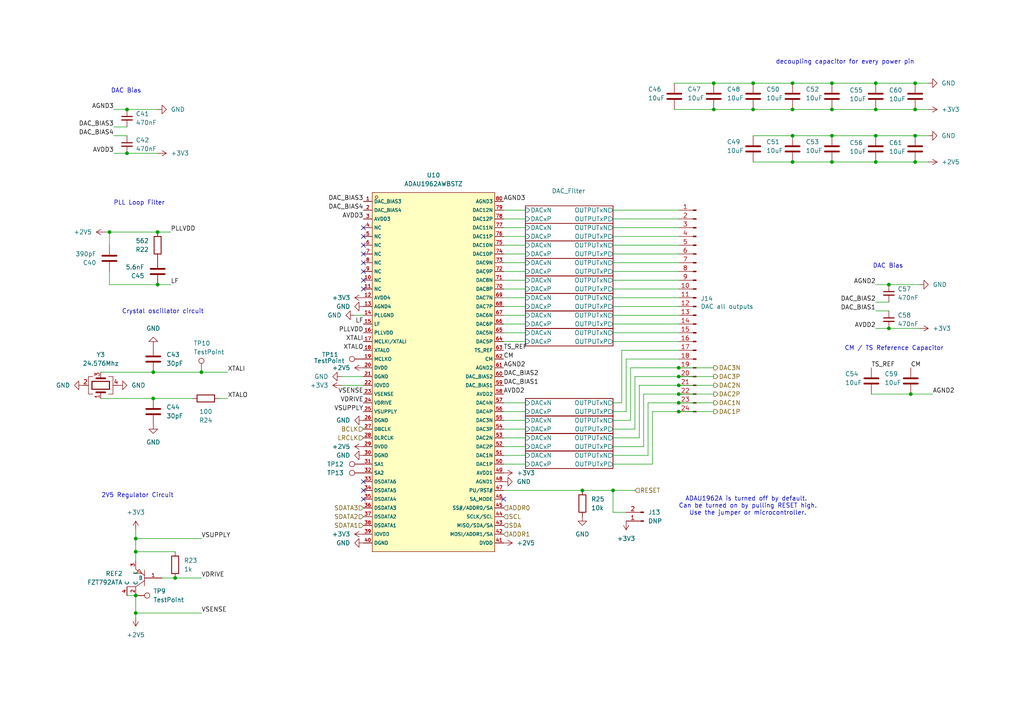
<source format=kicad_sch>
(kicad_sch (version 20231120) (generator "eeschema") (generator_version "8.0")
  (paper "A4")
  (lib_symbols
    (symbol "Connector:Conn_01x02_Pin" (pin_names (offset 1.016) hide)
      (property "Reference" "J" (at 0 2.54 0))
      (property "Value" "Conn_01x02_Pin" (at 0 -5.08 0))
      (symbol "Conn_01x02_Pin_1_1"
        (pin passive line (at 5.08 0 180) (length 3.81) (name "Pin_1") (number "1"))
        (pin passive line (at 5.08 -2.54 180) (length 3.81) (name "Pin_2") (number "2"))
      )
    )
    (symbol "Connector:Conn_01x24_Pin" (pin_names (offset 1.016) hide)
      (property "Reference" "J" (at 0 30.48 0))
      (property "Value" "Conn_01x24_Pin" (at 0 -33.02 0))
      (symbol "Conn_01x24_Pin_1_1"
        (pin passive line (at 5.08 27.94 180) (length 3.81) (name "Pin_1") (number "1"))
        (pin passive line (at 5.08 5.08 180) (length 3.81) (name "Pin_10") (number "10"))
        (pin passive line (at 5.08 2.54 180) (length 3.81) (name "Pin_11") (number "11"))
        (pin passive line (at 5.08 0 180) (length 3.81) (name "Pin_12") (number "12"))
        (pin passive line (at 5.08 -2.54 180) (length 3.81) (name "Pin_13") (number "13"))
        (pin passive line (at 5.08 -5.08 180) (length 3.81) (name "Pin_14") (number "14"))
        (pin passive line (at 5.08 -7.62 180) (length 3.81) (name "Pin_15") (number "15"))
        (pin passive line (at 5.08 -10.16 180) (length 3.81) (name "Pin_16") (number "16"))
        (pin passive line (at 5.08 -12.7 180) (length 3.81) (name "Pin_17") (number "17"))
        (pin passive line (at 5.08 -15.24 180) (length 3.81) (name "Pin_18") (number "18"))
        (pin passive line (at 5.08 -17.78 180) (length 3.81) (name "Pin_19") (number "19"))
        (pin passive line (at 5.08 25.4 180) (length 3.81) (name "Pin_2") (number "2"))
        (pin passive line (at 5.08 -20.32 180) (length 3.81) (name "Pin_20") (number "20"))
        (pin passive line (at 5.08 -22.86 180) (length 3.81) (name "Pin_21") (number "21"))
        (pin passive line (at 5.08 -25.4 180) (length 3.81) (name "Pin_22") (number "22"))
        (pin passive line (at 5.08 -27.94 180) (length 3.81) (name "Pin_23") (number "23"))
        (pin passive line (at 5.08 -30.48 180) (length 3.81) (name "Pin_24") (number "24"))
        (pin passive line (at 5.08 22.86 180) (length 3.81) (name "Pin_3") (number "3"))
        (pin passive line (at 5.08 20.32 180) (length 3.81) (name "Pin_4") (number "4"))
        (pin passive line (at 5.08 17.78 180) (length 3.81) (name "Pin_5") (number "5"))
        (pin passive line (at 5.08 15.24 180) (length 3.81) (name "Pin_6") (number "6"))
        (pin passive line (at 5.08 12.7 180) (length 3.81) (name "Pin_7") (number "7"))
        (pin passive line (at 5.08 10.16 180) (length 3.81) (name "Pin_8") (number "8"))
        (pin passive line (at 5.08 7.62 180) (length 3.81) (name "Pin_9") (number "9"))
      )
    )
    (symbol "Connector:TestPoint" (pin_numbers hide) (pin_names (offset 0.762) hide)
      (property "Reference" "TP" (at 0 6.858 0))
      (property "Value" "TestPoint" (at 0 5.08 0))
      (symbol "TestPoint_1_1"
        (pin passive line (at 0 0 90) (length 2.54) (name "1") (number "1"))
      )
    )
    (symbol "Endstufe:+3V3" (power) (pin_names (offset 0))
      (property "Value" "+3V3" (at 0 3.556 0))
      (symbol "+3V3_1_1"
        (pin power_in line (at 0 0 90) (length 0) hide (name "+3V3") (number "1"))
      )
    )
    (symbol "Endstufe:ADAU1962AWBSTZ"
      (property "Reference" "U" (at 0 1.27 0))
      (property "Value" "ADAU1962AWBSTZ" (at 0 -2.54 0))
      (symbol "ADAU1962AWBSTZ_0_1"
        (pin unspecified line (at -20.32 49.53 0) (length 2.54) (name "DAC_BIAS3") (number "1"))
        (pin unspecified line (at -20.32 26.67 0) (length 2.54) (name "NC") (number "10"))
        (pin unspecified line (at -20.32 24.13 0) (length 2.54) (name "NC") (number "11"))
        (pin unspecified line (at -20.32 21.59 0) (length 2.54) (name "AVDD4") (number "12"))
        (pin unspecified line (at -20.32 19.05 0) (length 2.54) (name "AGND4") (number "13"))
        (pin unspecified line (at -20.32 16.51 0) (length 2.54) (name "PLLGND") (number "14"))
        (pin unspecified line (at -20.32 13.97 0) (length 2.54) (name "LF") (number "15"))
        (pin unspecified line (at -20.32 11.43 0) (length 2.54) (name "PLLVDD") (number "16"))
        (pin unspecified line (at -20.32 8.89 0) (length 2.54) (name "MCLKI/XTALI") (number "17"))
        (pin unspecified line (at -20.32 6.35 0) (length 2.54) (name "XTALO") (number "18"))
        (pin unspecified line (at -20.32 3.81 0) (length 2.54) (name "MCLKO") (number "19"))
        (pin unspecified line (at -20.32 46.99 0) (length 2.54) (name "DAC_BIAS4") (number "2"))
        (pin unspecified line (at -20.32 1.27 0) (length 2.54) (name "DVDD") (number "20"))
        (pin unspecified line (at -20.32 -1.27 0) (length 2.54) (name "DGND") (number "21"))
        (pin unspecified line (at -20.32 -3.81 0) (length 2.54) (name "IOVDD") (number "22"))
        (pin unspecified line (at -20.32 -6.35 0) (length 2.54) (name "VSENSE") (number "23"))
        (pin unspecified line (at -20.32 -8.89 0) (length 2.54) (name "VDRIVE") (number "24"))
        (pin unspecified line (at -20.32 -11.43 0) (length 2.54) (name "VSUPPLY") (number "25"))
        (pin unspecified line (at -20.32 -13.97 0) (length 2.54) (name "DGND") (number "26"))
        (pin unspecified line (at -20.32 -16.51 0) (length 2.54) (name "DBCLK") (number "27"))
        (pin unspecified line (at -20.32 -19.05 0) (length 2.54) (name "DLRCLK") (number "28"))
        (pin unspecified line (at -20.32 -21.59 0) (length 2.54) (name "DVDD") (number "29"))
        (pin unspecified line (at -20.32 44.45 0) (length 2.54) (name "AVDD3") (number "3"))
        (pin unspecified line (at -20.32 -24.13 0) (length 2.54) (name "DGND") (number "30"))
        (pin unspecified line (at -20.32 -26.67 0) (length 2.54) (name "SA1") (number "31"))
        (pin unspecified line (at -20.32 -29.21 0) (length 2.54) (name "SA2") (number "32"))
        (pin unspecified line (at -20.32 -31.75 0) (length 2.54) (name "DSDATA6") (number "33"))
        (pin unspecified line (at -20.32 -34.29 0) (length 2.54) (name "DSDATA5") (number "34"))
        (pin unspecified line (at -20.32 -36.83 0) (length 2.54) (name "DSDATA4") (number "35"))
        (pin unspecified line (at -20.32 -39.37 0) (length 2.54) (name "DSDATA3") (number "36"))
        (pin unspecified line (at -20.32 -41.91 0) (length 2.54) (name "DSDATA2") (number "37"))
        (pin unspecified line (at -20.32 -44.45 0) (length 2.54) (name "DSDATA1") (number "38"))
        (pin unspecified line (at -20.32 -46.99 0) (length 2.54) (name "IOVDD") (number "39"))
        (pin unspecified line (at -20.32 41.91 0) (length 2.54) (name "NC") (number "4"))
        (pin unspecified line (at -20.32 -49.53 0) (length 2.54) (name "DGND") (number "40"))
        (pin unspecified line (at 20.32 -49.53 180) (length 2.54) (name "DVDD") (number "41"))
        (pin unspecified line (at 20.32 -46.99 180) (length 2.54) (name "MOSI/ADDR1/SA") (number "42"))
        (pin unspecified line (at 20.32 -44.45 180) (length 2.54) (name "MISO/SDA/SA") (number "43"))
        (pin unspecified line (at 20.32 -41.91 180) (length 2.54) (name "SCLK/SCL") (number "44"))
        (pin unspecified line (at 20.32 -39.37 180) (length 2.54) (name "SS#/ADDR0/SA") (number "45"))
        (pin unspecified line (at 20.32 -36.83 180) (length 2.54) (name "SA_MODE") (number "46"))
        (pin unspecified line (at 20.32 -34.29 180) (length 2.54) (name "PU/RST#") (number "47"))
        (pin unspecified line (at 20.32 -31.75 180) (length 2.54) (name "AGND1") (number "48"))
        (pin unspecified line (at 20.32 -29.21 180) (length 2.54) (name "AVDD1") (number "49"))
        (pin unspecified line (at -20.32 39.37 0) (length 2.54) (name "NC") (number "5"))
        (pin unspecified line (at 20.32 -26.67 180) (length 2.54) (name "DAC1P") (number "50"))
        (pin unspecified line (at 20.32 -24.13 180) (length 2.54) (name "DAC1N") (number "51"))
        (pin unspecified line (at 20.32 -21.59 180) (length 2.54) (name "DAC2P") (number "52"))
        (pin unspecified line (at 20.32 -19.05 180) (length 2.54) (name "DAC2N") (number "53"))
        (pin unspecified line (at 20.32 -16.51 180) (length 2.54) (name "DAC3P") (number "54"))
        (pin unspecified line (at 20.32 -13.97 180) (length 2.54) (name "DAC3N") (number "55"))
        (pin unspecified line (at 20.32 -11.43 180) (length 2.54) (name "DAC4P") (number "56"))
        (pin unspecified line (at 20.32 -8.89 180) (length 2.54) (name "DAC4N") (number "57"))
        (pin unspecified line (at 20.32 -6.35 180) (length 2.54) (name "AVDD2") (number "58"))
        (pin unspecified line (at 20.32 -3.81 180) (length 2.54) (name "DAC_BIAS1") (number "59"))
        (pin unspecified line (at -20.32 36.83 0) (length 2.54) (name "NC") (number "6"))
        (pin unspecified line (at 20.32 -1.27 180) (length 2.54) (name "DAC_BIAS2") (number "60"))
        (pin unspecified line (at 20.32 1.27 180) (length 2.54) (name "AGND2") (number "61"))
        (pin unspecified line (at 20.32 3.81 180) (length 2.54) (name "CM") (number "62"))
        (pin unspecified line (at 20.32 6.35 180) (length 2.54) (name "TS_REF") (number "63"))
        (pin unspecified line (at 20.32 8.89 180) (length 2.54) (name "DAC5P") (number "64"))
        (pin unspecified line (at 20.32 11.43 180) (length 2.54) (name "DAC5N") (number "65"))
        (pin unspecified line (at 20.32 13.97 180) (length 2.54) (name "DAC6P") (number "66"))
        (pin unspecified line (at 20.32 16.51 180) (length 2.54) (name "DAC6N") (number "67"))
        (pin unspecified line (at 20.32 19.05 180) (length 2.54) (name "DAC7P") (number "68"))
        (pin unspecified line (at 20.32 21.59 180) (length 2.54) (name "DAC7N") (number "69"))
        (pin unspecified line (at -20.32 34.29 0) (length 2.54) (name "NC") (number "7"))
        (pin unspecified line (at 20.32 24.13 180) (length 2.54) (name "DAC8P") (number "70"))
        (pin unspecified line (at 20.32 26.67 180) (length 2.54) (name "DAC8N") (number "71"))
        (pin unspecified line (at 20.32 29.21 180) (length 2.54) (name "DAC9P") (number "72"))
        (pin unspecified line (at 20.32 31.75 180) (length 2.54) (name "DAC9N") (number "73"))
        (pin unspecified line (at 20.32 34.29 180) (length 2.54) (name "DAC10P") (number "74"))
        (pin unspecified line (at 20.32 36.83 180) (length 2.54) (name "DAC10N") (number "75"))
        (pin unspecified line (at 20.32 39.37 180) (length 2.54) (name "DAC11P") (number "76"))
        (pin unspecified line (at 20.32 41.91 180) (length 2.54) (name "DAC11N") (number "77"))
        (pin unspecified line (at 20.32 44.45 180) (length 2.54) (name "DAC12P") (number "78"))
        (pin unspecified line (at 20.32 46.99 180) (length 2.54) (name "DAC12N") (number "79"))
        (pin unspecified line (at -20.32 31.75 0) (length 2.54) (name "NC") (number "8"))
        (pin unspecified line (at 20.32 49.53 180) (length 2.54) (name "AGND3") (number "80"))
        (pin unspecified line (at -20.32 29.21 0) (length 2.54) (name "NC") (number "9"))
      )
    )
    (symbol "Endstufe:C" (pin_numbers hide) (pin_names (offset 0.254))
      (property "Reference" "C" (at 0.635 2.54 0))
      (property "Value" "C" (at 0.635 -2.54 0))
      (symbol "C_1_1"
        (pin passive line (at 0 3.81 270) (length 2.794) (name "~") (number "1"))
        (pin passive line (at 0 -3.81 90) (length 2.794) (name "~") (number "2"))
      )
    )
    (symbol "Endstufe:C_Small" (pin_numbers hide) (pin_names (offset 0.254) hide)
      (property "Reference" "C" (at 0.254 1.778 0))
      (property "Value" "C_Small" (at 0.254 -2.032 0))
      (symbol "C_Small_1_1"
        (pin passive line (at 0 2.54 270) (length 2.032) (name "~") (number "1"))
        (pin passive line (at 0 -2.54 90) (length 2.032) (name "~") (number "2"))
      )
    )
    (symbol "Endstufe:Crystal_GND24" (pin_names (offset 1.016) hide)
      (property "Reference" "Y" (at 3.175 5.08 0))
      (property "Value" "Crystal_GND24" (at 3.175 3.175 0))
      (symbol "Crystal_GND24_1_1"
        (pin passive line (at -3.81 0 0) (length 1.27) (name "1") (number "1"))
        (pin passive line (at 0 5.08 270) (length 1.27) (name "2") (number "2"))
        (pin passive line (at 3.81 0 180) (length 1.27) (name "3") (number "3"))
        (pin passive line (at 0 -5.08 90) (length 1.27) (name "4") (number "4"))
      )
    )
    (symbol "Endstufe:FZT792ATA"
      (property "Reference" "REF" (at -3.556 8.382 0))
      (property "Value" "FZT792ATA" (at -3.556 6.35 0))
      (symbol "FZT792ATA_0_1"
        (pin unspecified line (at -3.81 0 0) (length 5.08) (name "B") (number "1"))
        (pin unspecified line (at 3.81 5.08 270) (length 2.54) (name "C") (number "2"))
        (pin unspecified line (at 3.81 -5.08 90) (length 2.54) (name "E") (number "3"))
        (pin unspecified line (at 6.35 5.08 270) (length 2.54) (name "C") (number "4"))
      )
    )
    (symbol "Endstufe:GND" (power) (pin_names (offset 0))
      (property "Value" "GND" (at 0 -3.81 0))
      (symbol "GND_1_1"
        (pin power_in line (at 0 0 270) (length 0) hide (name "GND") (number "1"))
      )
    )
    (symbol "Endstufe:R" (pin_numbers hide) (pin_names (offset 0))
      (property "Reference" "R" (at 2.032 0 90))
      (property "Value" "R" (at 0 0 90))
      (symbol "R_1_1"
        (pin passive line (at 0 3.81 270) (length 1.27) (name "~") (number "1"))
        (pin passive line (at 0 -3.81 90) (length 1.27) (name "~") (number "2"))
      )
    )
    (symbol "power:+1V2" (power) (pin_numbers hide) (pin_names (offset 0) hide)
      (property "Value" "+1V2" (at 0 3.556 0))
      (symbol "+1V2_1_1"
        (pin power_in line (at 0 0 90) (length 0) (name "~") (number "1"))
      )
    )
  )
  (junction (at 229.87 31.75))
  (junction (at 265.43 39.37))
  (junction (at 39.37 172.72))
  (junction (at 196.85 109.22))
  (junction (at 196.85 119.38))
  (junction (at 254 24.13))
  (junction (at 218.44 31.75))
  (junction (at 45.72 67.31))
  (junction (at 196.85 111.76))
  (junction (at 207.01 24.13))
  (junction (at 218.44 24.13))
  (junction (at 196.85 116.84))
  (junction (at 241.3 31.75))
  (junction (at 44.45 107.95))
  (junction (at 58.42 107.95))
  (junction (at 257.81 95.25))
  (junction (at 196.85 114.3))
  (junction (at 229.87 24.13))
  (junction (at 45.72 82.55))
  (junction (at 265.43 46.99))
  (junction (at 254 31.75))
  (junction (at 39.37 160.02))
  (junction (at 168.91 142.24))
  (junction (at 207.01 31.75))
  (junction (at 229.87 39.37))
  (junction (at 241.3 46.99))
  (junction (at 39.37 156.21))
  (junction (at 44.45 115.57))
  (junction (at 254 46.99))
  (junction (at 254 39.37))
  (junction (at 257.81 82.55))
  (junction (at 264.16 114.3))
  (junction (at 31.75 67.31))
  (junction (at 196.85 106.68))
  (junction (at 36.83 31.75))
  (junction (at 265.43 31.75))
  (junction (at 36.83 44.45))
  (junction (at 265.43 24.13))
  (junction (at 241.3 39.37))
  (junction (at 229.87 46.99))
  (junction (at 177.8 142.24))
  (junction (at 241.3 24.13))
  (junction (at 50.8 167.64))
  (junction (at 39.37 177.8))
  (no_connect (at 105.41 73.66))
  (no_connect (at 105.41 139.7))
  (no_connect (at 146.05 144.78))
  (no_connect (at 105.41 144.78))
  (no_connect (at 105.41 83.82))
  (no_connect (at 105.41 76.2))
  (no_connect (at 105.41 81.28))
  (no_connect (at 105.41 71.12))
  (no_connect (at 105.41 142.24))
  (no_connect (at 105.41 68.58))
  (no_connect (at 105.41 66.04))
  (no_connect (at 105.41 78.74))
  (wire (pts (xy 182.88 121.92) (xy 182.88 106.68)))
  (wire (pts (xy 146.05 76.2) (xy 152.4 76.2)))
  (wire (pts (xy 146.05 91.44) (xy 152.4 91.44)))
  (wire (pts (xy 177.8 119.38) (xy 181.61 119.38)))
  (wire (pts (xy 39.37 160.02) (xy 39.37 162.56)))
  (wire (pts (xy 184.15 109.22) (xy 196.85 109.22)))
  (wire (pts (xy 39.37 160.02) (xy 50.8 160.02)))
  (wire (pts (xy 195.58 24.13) (xy 207.01 24.13)))
  (wire (pts (xy 269.24 39.37) (xy 265.43 39.37)))
  (wire (pts (xy 254 39.37) (xy 265.43 39.37)))
  (wire (pts (xy 177.8 81.28) (xy 196.85 81.28)))
  (wire (pts (xy 218.44 46.99) (xy 229.87 46.99)))
  (wire (pts (xy 177.8 73.66) (xy 196.85 73.66)))
  (wire (pts (xy 254 87.63) (xy 257.81 87.63)))
  (wire (pts (xy 189.23 134.62) (xy 189.23 119.38)))
  (wire (pts (xy 146.05 81.28) (xy 152.4 81.28)))
  (wire (pts (xy 229.87 46.99) (xy 241.3 46.99)))
  (wire (pts (xy 196.85 109.22) (xy 207.01 109.22)))
  (wire (pts (xy 146.05 71.12) (xy 152.4 71.12)))
  (wire (pts (xy 266.7 95.25) (xy 257.81 95.25)))
  (wire (pts (xy 44.45 107.95) (xy 58.42 107.95)))
  (wire (pts (xy 181.61 104.14) (xy 196.85 104.14)))
  (wire (pts (xy 177.8 71.12) (xy 196.85 71.12)))
  (wire (pts (xy 254 24.13) (xy 265.43 24.13)))
  (wire (pts (xy 146.05 60.96) (xy 152.4 60.96)))
  (wire (pts (xy 254 90.17) (xy 257.81 90.17)))
  (wire (pts (xy 189.23 119.38) (xy 196.85 119.38)))
  (wire (pts (xy 146.05 121.92) (xy 152.4 121.92)))
  (wire (pts (xy 50.8 167.64) (xy 58.42 167.64)))
  (wire (pts (xy 181.61 119.38) (xy 181.61 104.14)))
  (wire (pts (xy 177.8 88.9) (xy 196.85 88.9)))
  (wire (pts (xy 146.05 88.9) (xy 152.4 88.9)))
  (wire (pts (xy 187.96 132.08) (xy 187.96 116.84)))
  (wire (pts (xy 196.85 106.68) (xy 207.01 106.68)))
  (wire (pts (xy 254 46.99) (xy 265.43 46.99)))
  (wire (pts (xy 186.69 129.54) (xy 186.69 114.3)))
  (wire (pts (xy 146.05 68.58) (xy 152.4 68.58)))
  (wire (pts (xy 177.8 86.36) (xy 196.85 86.36)))
  (wire (pts (xy 229.87 39.37) (xy 241.3 39.37)))
  (wire (pts (xy 177.8 127) (xy 185.42 127)))
  (wire (pts (xy 229.87 31.75) (xy 241.3 31.75)))
  (wire (pts (xy 45.72 31.75) (xy 36.83 31.75)))
  (wire (pts (xy 33.02 39.37) (xy 36.83 39.37)))
  (wire (pts (xy 207.01 24.13) (xy 218.44 24.13)))
  (wire (pts (xy 31.75 71.12) (xy 31.75 67.31)))
  (wire (pts (xy 46.99 167.64) (xy 50.8 167.64)))
  (wire (pts (xy 184.15 124.46) (xy 184.15 109.22)))
  (wire (pts (xy 241.3 46.99) (xy 254 46.99)))
  (wire (pts (xy 146.05 86.36) (xy 152.4 86.36)))
  (wire (pts (xy 241.3 39.37) (xy 254 39.37)))
  (wire (pts (xy 31.75 78.74) (xy 31.75 82.55)))
  (wire (pts (xy 257.81 82.55) (xy 254 82.55)))
  (wire (pts (xy 146.05 119.38) (xy 152.4 119.38)))
  (wire (pts (xy 180.34 101.6) (xy 196.85 101.6)))
  (wire (pts (xy 33.02 44.45) (xy 36.83 44.45)))
  (wire (pts (xy 177.8 78.74) (xy 196.85 78.74)))
  (wire (pts (xy 269.24 24.13) (xy 265.43 24.13)))
  (wire (pts (xy 39.37 156.21) (xy 39.37 160.02)))
  (wire (pts (xy 58.42 107.95) (xy 66.04 107.95)))
  (wire (pts (xy 270.51 114.3) (xy 264.16 114.3)))
  (wire (pts (xy 146.05 93.98) (xy 152.4 93.98)))
  (wire (pts (xy 146.05 78.74) (xy 152.4 78.74)))
  (wire (pts (xy 177.8 148.59) (xy 181.61 148.59)))
  (wire (pts (xy 66.04 115.57) (xy 63.5 115.57)))
  (wire (pts (xy 269.24 46.99) (xy 265.43 46.99)))
  (wire (pts (xy 177.8 134.62) (xy 189.23 134.62)))
  (wire (pts (xy 269.24 31.75) (xy 265.43 31.75)))
  (wire (pts (xy 185.42 111.76) (xy 196.85 111.76)))
  (wire (pts (xy 177.8 148.59) (xy 177.8 142.24)))
  (wire (pts (xy 186.69 114.3) (xy 196.85 114.3)))
  (wire (pts (xy 229.87 24.13) (xy 241.3 24.13)))
  (wire (pts (xy 177.8 132.08) (xy 187.96 132.08)))
  (wire (pts (xy 177.8 60.96) (xy 196.85 60.96)))
  (wire (pts (xy 39.37 177.8) (xy 39.37 172.72)))
  (wire (pts (xy 218.44 31.75) (xy 229.87 31.75)))
  (wire (pts (xy 218.44 39.37) (xy 229.87 39.37)))
  (wire (pts (xy 266.7 82.55) (xy 257.81 82.55)))
  (wire (pts (xy 196.85 111.76) (xy 207.01 111.76)))
  (wire (pts (xy 33.02 36.83) (xy 36.83 36.83)))
  (wire (pts (xy 177.8 63.5) (xy 196.85 63.5)))
  (wire (pts (xy 146.05 83.82) (xy 152.4 83.82)))
  (wire (pts (xy 177.8 68.58) (xy 196.85 68.58)))
  (wire (pts (xy 30.48 67.31) (xy 31.75 67.31)))
  (wire (pts (xy 252.73 114.3) (xy 264.16 114.3)))
  (wire (pts (xy 168.91 142.24) (xy 177.8 142.24)))
  (wire (pts (xy 99.06 111.76) (xy 105.41 111.76)))
  (wire (pts (xy 180.34 116.84) (xy 180.34 101.6)))
  (wire (pts (xy 146.05 132.08) (xy 152.4 132.08)))
  (wire (pts (xy 36.83 31.75) (xy 33.02 31.75)))
  (wire (pts (xy 45.72 44.45) (xy 36.83 44.45)))
  (wire (pts (xy 146.05 99.06) (xy 152.4 99.06)))
  (wire (pts (xy 196.85 116.84) (xy 207.01 116.84)))
  (wire (pts (xy 44.45 115.57) (xy 29.21 115.57)))
  (wire (pts (xy 55.88 115.57) (xy 44.45 115.57)))
  (wire (pts (xy 99.06 109.22) (xy 105.41 109.22)))
  (wire (pts (xy 177.8 83.82) (xy 196.85 83.82)))
  (wire (pts (xy 185.42 127) (xy 185.42 111.76)))
  (wire (pts (xy 177.8 96.52) (xy 196.85 96.52)))
  (wire (pts (xy 182.88 106.68) (xy 196.85 106.68)))
  (wire (pts (xy 39.37 177.8) (xy 58.42 177.8)))
  (wire (pts (xy 39.37 153.67) (xy 39.37 156.21)))
  (wire (pts (xy 177.8 91.44) (xy 196.85 91.44)))
  (wire (pts (xy 44.45 107.95) (xy 29.21 107.95)))
  (wire (pts (xy 146.05 142.24) (xy 168.91 142.24)))
  (wire (pts (xy 146.05 134.62) (xy 152.4 134.62)))
  (wire (pts (xy 177.8 142.24) (xy 184.15 142.24)))
  (wire (pts (xy 146.05 63.5) (xy 152.4 63.5)))
  (wire (pts (xy 254 31.75) (xy 265.43 31.75)))
  (wire (pts (xy 146.05 116.84) (xy 152.4 116.84)))
  (wire (pts (xy 177.8 99.06) (xy 196.85 99.06)))
  (wire (pts (xy 196.85 119.38) (xy 207.01 119.38)))
  (wire (pts (xy 49.53 82.55) (xy 45.72 82.55)))
  (wire (pts (xy 241.3 31.75) (xy 254 31.75)))
  (wire (pts (xy 177.8 93.98) (xy 196.85 93.98)))
  (wire (pts (xy 207.01 31.75) (xy 218.44 31.75)))
  (wire (pts (xy 177.8 66.04) (xy 196.85 66.04)))
  (wire (pts (xy 146.05 124.46) (xy 152.4 124.46)))
  (wire (pts (xy 49.53 67.31) (xy 45.72 67.31)))
  (wire (pts (xy 39.37 179.07) (xy 39.37 177.8)))
  (wire (pts (xy 31.75 82.55) (xy 45.72 82.55)))
  (wire (pts (xy 177.8 129.54) (xy 186.69 129.54)))
  (wire (pts (xy 195.58 31.75) (xy 207.01 31.75)))
  (wire (pts (xy 146.05 66.04) (xy 152.4 66.04)))
  (wire (pts (xy 102.87 91.44) (xy 105.41 91.44)))
  (wire (pts (xy 196.85 114.3) (xy 207.01 114.3)))
  (wire (pts (xy 218.44 24.13) (xy 229.87 24.13)))
  (wire (pts (xy 254 95.25) (xy 257.81 95.25)))
  (wire (pts (xy 146.05 73.66) (xy 152.4 73.66)))
  (wire (pts (xy 177.8 116.84) (xy 180.34 116.84)))
  (wire (pts (xy 146.05 96.52) (xy 152.4 96.52)))
  (wire (pts (xy 36.83 172.72) (xy 39.37 172.72)))
  (wire (pts (xy 187.96 116.84) (xy 196.85 116.84)))
  (wire (pts (xy 241.3 24.13) (xy 254 24.13)))
  (wire (pts (xy 177.8 76.2) (xy 196.85 76.2)))
  (wire (pts (xy 177.8 121.92) (xy 182.88 121.92)))
  (wire (pts (xy 146.05 129.54) (xy 152.4 129.54)))
  (wire (pts (xy 146.05 127) (xy 152.4 127)))
  (wire (pts (xy 31.75 67.31) (xy 45.72 67.31)))
  (wire (pts (xy 177.8 124.46) (xy 184.15 124.46)))
  (wire (pts (xy 39.37 156.21) (xy 58.42 156.21)))
  (text "Crystal oscillator circuit" (at 47.244 90.424 0) (effects (font (size 1.27 1.27))))
  (text "PLL Loop Filter" (at 40.386 58.928 0) (effects (font (size 1.27 1.27))))
  (text "DAC Bias" (at 257.556 77.216 0) (effects (font (size 1.27 1.27))))
  (text "ADAU1962A is turned off by default. \nCan be turned on by pulling RESET high.\nUse the jumper or microcontroller." (at 216.916 146.812 0) (effects (font (size 1.27 1.27))))
  (text "CM / TS Reference Capacitor" (at 259.334 101.092 0) (effects (font (size 1.27 1.27))))
  (text "decoupling capacitor for every power pin" (at 245.11 18.034 0) (effects (font (size 1.27 1.27))))
  (text "DAC Bias" (at 36.576 26.416 0) (effects (font (size 1.27 1.27))))
  (text "2V5 Regulator Circuit" (at 39.878 143.764 0) (effects (font (size 1.27 1.27))))
  (label "DAC_BIAS1" (at 254 90.17 180))
  (label "AGND2" (at 254 82.55 180))
  (label "VSUPPLY" (at 105.41 119.38 180))
  (label "VDRIVE" (at 58.42 167.64 0))
  (label "CM" (at 146.05 104.14 0))
  (label "VDRIVE" (at 105.41 116.84 180))
  (label "XTALO" (at 105.41 101.6 180))
  (label "VSUPPLY" (at 58.42 156.21 0))
  (label "AVDD3" (at 33.02 44.45 180))
  (label "DAC_BIAS2" (at 254 87.63 180))
  (label "LF" (at 49.53 82.55 0))
  (label "DAC_BIAS4" (at 105.41 60.96 180))
  (label "LF" (at 105.41 93.98 180))
  (label "DAC_BIAS4" (at 33.02 39.37 180))
  (label "PLLVDD" (at 105.41 96.52 180))
  (label "VSENSE" (at 58.42 177.8 0))
  (label "AGND3" (at 33.02 31.75 180))
  (label "DAC_BIAS3" (at 33.02 36.83 180))
  (label "AGND2" (at 270.51 114.3 0))
  (label "DAC_BIAS2" (at 146.05 109.22 0))
  (label "XTALO" (at 66.04 115.57 0))
  (label "TS_REF" (at 146.05 101.6 0))
  (label "AVDD2" (at 146.05 114.3 0))
  (label "DAC_BIAS1" (at 146.05 111.76 0))
  (label "TS_REF" (at 252.73 106.68 0))
  (label "XTALI" (at 105.41 99.06 180))
  (label "AVDD3" (at 105.41 63.5 180))
  (label "AGND2" (at 146.05 106.68 0))
  (label "XTALI" (at 66.04 107.95 0))
  (label "DAC_BIAS3" (at 105.41 58.42 180))
  (label "AGND3" (at 146.05 58.42 0))
  (label "AVDD2" (at 254 95.25 180))
  (label "VSENSE" (at 105.41 114.3 180))
  (label "PLLVDD" (at 49.53 67.31 0))
  (label "CM" (at 264.16 106.68 0))
  (hierarchical_label "SDATA1" (shape input) (at 105.41 152.4 180))
  (hierarchical_label "SDA" (shape input) (at 146.05 152.4 0))
  (hierarchical_label "ADDR0" (shape input) (at 146.05 147.32 0))
  (hierarchical_label "DAC2P" (shape output) (at 207.01 114.3 0))
  (hierarchical_label "DAC1N" (shape output) (at 207.01 116.84 0))
  (hierarchical_label "ADDR1" (shape input) (at 146.05 154.94 0))
  (hierarchical_label "DAC1P" (shape output) (at 207.01 119.38 0))
  (hierarchical_label "DAC3P" (shape output) (at 207.01 109.22 0))
  (hierarchical_label "SDATA3" (shape input) (at 105.41 147.32 180))
  (hierarchical_label "SCL" (shape input) (at 146.05 149.86 0))
  (hierarchical_label "RESET" (shape input) (at 184.15 142.24 0))
  (hierarchical_label "BCLK" (shape input) (at 105.41 124.46 180))
  (hierarchical_label "LRCLK" (shape input) (at 105.41 127 180))
  (hierarchical_label "SDATA2" (shape input) (at 105.41 149.86 180))
  (hierarchical_label "DAC2N" (shape output) (at 207.01 111.76 0))
  (hierarchical_label "DAC3N" (shape output) (at 207.01 106.68 0))
  (symbol (lib_id "Connector:Conn_01x24_Pin") (at 201.93 88.9 0) (mirror y) (unit 1)
    (property "Reference" "J14" (at 203.2 86.614 0) (effects (justify right)))
    (property "Value" "DAC all outputs" (at 203.2 88.9001 0) (effects (justify right)))
    (property "Footprint" "Endstufe:CONN-TH_24P-P2.00_B24B-PHDSS" (effects (hide yes)))
    (property "Description" "Generic connector, single row, 01x24, script generated" (effects (hide yes)))
    (property "LCSC" "C378937" (effects (hide yes)))
  )
  (symbol (lib_id "Endstufe:GND") (at 44.45 100.33 180) (unit 1)
    (property "Reference" "#PWR087" (effects (hide yes)))
    (property "Value" "GND" (at 44.45 95.25 0))
  )
  (symbol (lib_id "Endstufe:+3V3") (at 105.41 154.94 90) (unit 1)
    (property "Reference" "#PWR0100" (effects (hide yes)))
    (property "Value" "+3V3" (at 101.6 154.9399 90) (effects (justify left)))
    (property "Description" "Power symbol creates a global label with name \"+3V3\"" (effects (hide yes)))
  )
  (symbol (lib_id "Endstufe:GND") (at 269.24 39.37 90) (unit 1)
    (property "Reference" "#PWR0111" (effects (hide yes)))
    (property "Value" "GND" (at 273.05 39.3699 90) (effects (justify right)))
    (property "Description" "Power symbol creates a global label with name \"GND\" , ground" (effects (hide yes)))
  )
  (symbol (lib_id "Endstufe:C_Small") (at 36.83 34.29 0) (unit 1)
    (property "Reference" "C41" (at 39.37 33.0262 0) (effects (justify left)))
    (property "Value" "470nF" (at 39.37 35.5662 0) (effects (justify left)))
    (property "Footprint" "Capacitor_SMD:C_0402_1005Metric" (effects (hide yes)))
    (property "Description" "Unpolarized capacitor, small symbol" (effects (hide yes)))
    (property "LCSC" "C188346" (effects (hide yes)))
  )
  (symbol (lib_id "Endstufe:C") (at 241.3 27.94 0) (unit 1)
    (property "Reference" "C52" (at 233.68 25.908 0) (effects (justify left)))
    (property "Value" "10uF" (at 233.68 28.448 0) (effects (justify left)))
    (property "Footprint" "Endstufe:C_0402_1005Metric" (effects (hide yes)))
    (property "Description" "Unpolarized capacitor" (effects (hide yes)))
    (property "LCSC Part #" "C15525" (effects (hide yes)))
  )
  (symbol (lib_id "Connector:TestPoint") (at 105.41 134.62 90) (unit 1)
    (property "Reference" "TP12" (at 97.282 134.62 90))
    (property "Value" "TestPoint" (effects (hide yes)))
    (property "Footprint" "TestPoint:TestPoint_Pad_D1.0mm" (effects (hide yes)))
    (property "Description" "test point" (effects (hide yes)))
  )
  (symbol (lib_id "Endstufe:GND") (at 24.13 111.76 270) (unit 1)
    (property "Reference" "#PWR082" (effects (hide yes)))
    (property "Value" "GND" (at 20.32 111.76 90) (effects (justify right)))
  )
  (symbol (lib_id "Endstufe:Crystal_GND24") (at 29.21 111.76 90) (unit 1)
    (property "Reference" "Y3" (at 29.21 102.87 90))
    (property "Value" "24.576Mhz" (at 29.21 105.41 90))
    (property "Footprint" "Endstufe:OSC-SMD_4P-L3.2-W2.5-BL" (effects (hide yes)))
    (property "LCSC Part #" "C2901683" (effects (hide yes)))
  )
  (symbol (lib_id "Endstufe:C") (at 207.01 27.94 0) (unit 1)
    (property "Reference" "C47" (at 199.39 25.908 0) (effects (justify left)))
    (property "Value" "10uF" (at 199.39 28.448 0) (effects (justify left)))
    (property "Footprint" "Endstufe:C_0402_1005Metric" (effects (hide yes)))
    (property "Description" "Unpolarized capacitor" (effects (hide yes)))
    (property "LCSC Part #" "C15525" (effects (hide yes)))
  )
  (symbol (lib_id "Endstufe:C_Small") (at 257.81 92.71 0) (unit 1)
    (property "Reference" "C58" (at 260.35 91.4462 0) (effects (justify left)))
    (property "Value" "470nF" (at 260.35 93.9862 0) (effects (justify left)))
    (property "Footprint" "Capacitor_SMD:C_0402_1005Metric" (effects (hide yes)))
    (property "Description" "Unpolarized capacitor, small symbol" (effects (hide yes)))
    (property "LCSC" "C188346" (effects (hide yes)))
  )
  (symbol (lib_id "power:+1V2") (at 146.05 157.48 270) (unit 1)
    (property "Reference" "#PWR0104" (effects (hide yes)))
    (property "Value" "+2V5" (at 149.86 157.4799 90) (effects (justify left)))
    (property "Description" "Power symbol creates a global label with name \"+1V2\"" (effects (hide yes)))
  )
  (symbol (lib_id "power:+1V2") (at 105.41 106.68 90) (unit 1)
    (property "Reference" "#PWR096" (effects (hide yes)))
    (property "Value" "+2V5" (at 101.6 106.6799 90) (effects (justify left)))
    (property "Description" "Power symbol creates a global label with name \"+1V2\"" (effects (hide yes)))
  )
  (symbol (lib_id "Endstufe:GND") (at 34.29 111.76 90) (unit 1)
    (property "Reference" "#PWR084" (effects (hide yes)))
    (property "Value" "GND" (at 38.1 111.76 90) (effects (justify right)))
  )
  (symbol (lib_id "Endstufe:GND") (at 105.41 121.92 270) (unit 1)
    (property "Reference" "#PWR097" (effects (hide yes)))
    (property "Value" "GND" (at 101.6 121.9199 90) (effects (justify right)))
    (property "Description" "Power symbol creates a global label with name \"GND\" , ground" (effects (hide yes)))
  )
  (symbol (lib_id "Endstufe:GND") (at 102.87 91.44 270) (unit 1)
    (property "Reference" "#PWR093" (effects (hide yes)))
    (property "Value" "GND" (at 99.06 91.4399 90) (effects (justify right)))
    (property "Description" "Power symbol creates a global label with name \"GND\" , ground" (effects (hide yes)))
  )
  (symbol (lib_id "power:+1V2") (at 269.24 46.99 270) (unit 1)
    (property "Reference" "#PWR0112" (effects (hide yes)))
    (property "Value" "+2V5" (at 273.05 46.9899 90) (effects (justify left)))
    (property "Description" "Power symbol creates a global label with name \"+1V2\"" (effects (hide yes)))
  )
  (symbol (lib_id "Endstufe:GND") (at 146.05 139.7 90) (unit 1)
    (property "Reference" "#PWR0103" (effects (hide yes)))
    (property "Value" "GND" (at 149.86 139.6999 90) (effects (justify right)))
    (property "Description" "Power symbol creates a global label with name \"GND\" , ground" (effects (hide yes)))
  )
  (symbol (lib_id "Endstufe:GND") (at 45.72 31.75 90) (unit 1)
    (property "Reference" "#PWR089" (effects (hide yes)))
    (property "Value" "GND" (at 49.53 31.7499 90) (effects (justify right)))
    (property "Description" "Power symbol creates a global label with name \"GND\" , ground" (effects (hide yes)))
  )
  (symbol (lib_id "Endstufe:C") (at 264.16 110.49 0) (unit 1)
    (property "Reference" "C59" (at 256.54 108.458 0) (effects (justify left)))
    (property "Value" "10uF" (at 256.54 110.998 0) (effects (justify left)))
    (property "Footprint" "Endstufe:C_0402_1005Metric" (effects (hide yes)))
    (property "Description" "Unpolarized capacitor" (effects (hide yes)))
    (property "LCSC Part #" "C15525" (effects (hide yes)))
  )
  (symbol (lib_id "Endstufe:C") (at 241.3 43.18 0) (unit 1)
    (property "Reference" "C53" (at 233.68 41.148 0) (effects (justify left)))
    (property "Value" "10uF" (at 233.68 43.688 0) (effects (justify left)))
    (property "Footprint" "Endstufe:C_0402_1005Metric" (effects (hide yes)))
    (property "Description" "Unpolarized capacitor" (effects (hide yes)))
    (property "LCSC Part #" "C15525" (effects (hide yes)))
  )
  (symbol (lib_id "Connector:TestPoint") (at 39.37 172.72 270) (unit 1)
    (property "Reference" "TP9" (at 44.45 171.4499 90) (effects (justify left)))
    (property "Value" "TestPoint" (at 44.45 173.9899 90) (effects (justify left)))
    (property "Footprint" "TestPoint:TestPoint_Pad_D1.0mm" (effects (hide yes)))
    (property "Description" "test point" (effects (hide yes)))
  )
  (symbol (lib_id "Connector:TestPoint") (at 105.41 137.16 90) (unit 1)
    (property "Reference" "TP13" (at 97.282 137.16 90))
    (property "Value" "TestPoint" (effects (hide yes)))
    (property "Footprint" "TestPoint:TestPoint_Pad_D1.0mm" (effects (hide yes)))
    (property "Description" "test point" (effects (hide yes)))
  )
  (symbol (lib_id "Endstufe:+3V3") (at 99.06 111.76 90) (unit 1)
    (property "Reference" "#PWR092" (effects (hide yes)))
    (property "Value" "+3V3" (at 95.25 111.7599 90) (effects (justify left)))
    (property "Description" "Power symbol creates a global label with name \"+3V3\"" (effects (hide yes)))
  )
  (symbol (lib_id "Endstufe:R") (at 59.69 115.57 270) (mirror x) (unit 1)
    (property "Reference" "R24" (at 59.69 121.92 90))
    (property "Value" "100" (at 59.69 119.38 90))
    (property "Footprint" "Endstufe:R_0402_1005Metric" (effects (hide yes)))
    (property "Description" "Resistor" (effects (hide yes)))
    (property "LCSC" "C2902635" (effects (hide yes)))
  )
  (symbol (lib_id "Endstufe:C") (at 44.45 119.38 0) (unit 1)
    (property "Reference" "C44" (at 48.26 118.11 0) (effects (justify left)))
    (property "Value" "30pF" (at 48.26 120.65 0) (effects (justify left)))
    (property "Footprint" "Endstufe:C_0402_1005Metric" (effects (hide yes)))
    (property "LCSC Part #" "C458861" (effects (hide yes)))
  )
  (symbol (lib_id "Endstufe:GND") (at 105.41 157.48 270) (unit 1)
    (property "Reference" "#PWR0101" (effects (hide yes)))
    (property "Value" "GND" (at 101.6 157.4799 90) (effects (justify right)))
    (property "Description" "Power symbol creates a global label with name \"GND\" , ground" (effects (hide yes)))
  )
  (symbol (lib_id "Endstufe:C") (at 265.43 43.18 0) (unit 1)
    (property "Reference" "C61" (at 257.81 41.402 0) (effects (justify left)))
    (property "Value" "10uF" (at 257.81 43.942 0) (effects (justify left)))
    (property "Footprint" "Endstufe:C_0402_1005Metric" (effects (hide yes)))
    (property "Description" "Unpolarized capacitor" (effects (hide yes)))
    (property "LCSC Part #" "C15525" (effects (hide yes)))
  )
  (symbol (lib_id "Endstufe:GND") (at 269.24 24.13 90) (unit 1)
    (property "Reference" "#PWR0109" (effects (hide yes)))
    (property "Value" "GND" (at 273.05 24.1299 90) (effects (justify right)))
    (property "Description" "Power symbol creates a global label with name \"GND\" , ground" (effects (hide yes)))
  )
  (symbol (lib_id "Connector:TestPoint") (at 105.41 104.14 90) (unit 1)
    (property "Reference" "TP11" (at 95.758 102.87 90))
    (property "Value" "TestPoint" (at 95.504 104.648 90))
    (property "Footprint" "TestPoint:TestPoint_Pad_D1.0mm" (effects (hide yes)))
    (property "Description" "test point" (effects (hide yes)))
  )
  (symbol (lib_id "Endstufe:C_Small") (at 257.81 85.09 0) (unit 1)
    (property "Reference" "C57" (at 260.35 83.8262 0) (effects (justify left)))
    (property "Value" "470nF" (at 260.35 86.3662 0) (effects (justify left)))
    (property "Footprint" "Capacitor_SMD:C_0402_1005Metric" (effects (hide yes)))
    (property "Description" "Unpolarized capacitor, small symbol" (effects (hide yes)))
    (property "LCSC" "C188346" (effects (hide yes)))
  )
  (symbol (lib_id "Endstufe:C") (at 44.45 104.14 0) (unit 1)
    (property "Reference" "C43" (at 48.26 102.87 0) (effects (justify left)))
    (property "Value" "30pF" (at 48.26 105.41 0) (effects (justify left)))
    (property "Footprint" "Endstufe:C_0402_1005Metric" (effects (hide yes)))
    (property "LCSC Part #" "C458861" (effects (hide yes)))
  )
  (symbol (lib_id "power:+1V2") (at 30.48 67.31 90) (unit 1)
    (property "Reference" "#PWR083" (effects (hide yes)))
    (property "Value" "+2V5" (at 26.67 67.3099 90) (effects (justify left)))
    (property "Description" "Power symbol creates a global label with name \"+1V2\"" (effects (hide yes)))
  )
  (symbol (lib_id "Endstufe:+3V3") (at 39.37 153.67 0) (unit 1)
    (property "Reference" "#PWR085" (effects (hide yes)))
    (property "Value" "+3V3" (at 39.37 148.59 0))
    (property "Description" "Power symbol creates a global label with name \"+3V3\"" (effects (hide yes)))
  )
  (symbol (lib_id "Endstufe:GND") (at 105.41 88.9 270) (unit 1)
    (property "Reference" "#PWR095" (effects (hide yes)))
    (property "Value" "GND" (at 101.6 88.8999 90) (effects (justify right)))
    (property "Description" "Power symbol creates a global label with name \"GND\" , ground" (effects (hide yes)))
  )
  (symbol (lib_id "Endstufe:C") (at 254 43.18 0) (unit 1)
    (property "Reference" "C56" (at 246.38 41.402 0) (effects (justify left)))
    (property "Value" "10uF" (at 246.38 43.942 0) (effects (justify left)))
    (property "Footprint" "Endstufe:C_0402_1005Metric" (effects (hide yes)))
    (property "Description" "Unpolarized capacitor" (effects (hide yes)))
    (property "LCSC Part #" "C15525" (effects (hide yes)))
  )
  (symbol (lib_id "Endstufe:C") (at 45.72 78.74 0) (unit 1)
    (property "Reference" "C45" (at 41.91 80.0101 0) (effects (justify right)))
    (property "Value" "5.6nF" (at 41.91 77.4701 0) (effects (justify right)))
    (property "Footprint" "Capacitor_SMD:C_0402_1005Metric" (effects (hide yes)))
    (property "Description" "Unpolarized capacitor" (effects (hide yes)))
    (property "LCSC" "C610180" (effects (hide yes)))
  )
  (symbol (lib_id "Endstufe:FZT792ATA") (at 43.18 167.64 180) (unit 1)
    (property "Reference" "REF2" (at 35.56 166.3699 0) (effects (justify left)))
    (property "Value" "FZT792ATA" (at 35.56 168.9099 0) (effects (justify left)))
    (property "Footprint" "Endstufe:SOT-223-4_L6.5-W3.5-P2.30-LS7.0-BR" (effects (hide yes)))
    (property "Datasheet" "https://item.szlcsc.com/84517.html" (effects (hide yes)))
    (property "LCSC" "C115948" (effects (hide yes)))
  )
  (symbol (lib_id "Endstufe:+3V3") (at 266.7 95.25 270) (unit 1)
    (property "Reference" "#PWR0108" (effects (hide yes)))
    (property "Value" "+3V3" (at 270.51 95.2499 90) (effects (justify left)))
    (property "Description" "Power symbol creates a global label with name \"+3V3\"" (effects (hide yes)))
  )
  (symbol (lib_id "Endstufe:+3V3") (at 269.24 31.75 270) (unit 1)
    (property "Reference" "#PWR0110" (effects (hide yes)))
    (property "Value" "+3V3" (at 273.05 31.7499 90) (effects (justify left)))
    (property "Description" "Power symbol creates a global label with name \"+3V3\"" (effects (hide yes)))
  )
  (symbol (lib_id "Endstufe:GND") (at 105.41 132.08 270) (unit 1)
    (property "Reference" "#PWR099" (effects (hide yes)))
    (property "Value" "GND" (at 101.6 132.0799 90) (effects (justify right)))
    (property "Description" "Power symbol creates a global label with name \"GND\" , ground" (effects (hide yes)))
  )
  (symbol (lib_id "Endstufe:C") (at 254 27.94 0) (unit 1)
    (property "Reference" "C55" (at 246.38 26.162 0) (effects (justify left)))
    (property "Value" "10uF" (at 246.38 28.702 0) (effects (justify left)))
    (property "Footprint" "Endstufe:C_0402_1005Metric" (effects (hide yes)))
    (property "Description" "Unpolarized capacitor" (effects (hide yes)))
    (property "LCSC Part #" "C15525" (effects (hide yes)))
  )
  (symbol (lib_id "Endstufe:+3V3") (at 105.41 86.36 90) (unit 1)
    (property "Reference" "#PWR094" (effects (hide yes)))
    (property "Value" "+3V3" (at 101.6 86.3599 90) (effects (justify left)))
    (property "Description" "Power symbol creates a global label with name \"+3V3\"" (effects (hide yes)))
  )
  (symbol (lib_id "power:+1V2") (at 105.41 129.54 90) (unit 1)
    (property "Reference" "#PWR098" (effects (hide yes)))
    (property "Value" "+2V5" (at 101.6 129.5399 90) (effects (justify left)))
    (property "Description" "Power symbol creates a global label with name \"+1V2\"" (effects (hide yes)))
  )
  (symbol (lib_id "Endstufe:+3V3") (at 45.72 44.45 270) (unit 1)
    (property "Reference" "#PWR090" (effects (hide yes)))
    (property "Value" "+3V3" (at 49.53 44.4499 90) (effects (justify left)))
    (property "Description" "Power symbol creates a global label with name \"+3V3\"" (effects (hide yes)))
  )
  (symbol (lib_id "Endstufe:R") (at 45.72 71.12 0) (unit 1)
    (property "Reference" "R22" (at 43.18 72.3901 0) (effects (justify right)))
    (property "Value" "562" (at 43.18 69.8501 0) (effects (justify right)))
    (property "Footprint" "Endstufe:R_0603_1608Metric" (effects (hide yes)))
    (property "Description" "Resistor" (effects (hide yes)))
    (property "LCSC" "C3013543" (effects (hide yes)))
  )
  (symbol (lib_id "Endstufe:C") (at 229.87 27.94 0) (unit 1)
    (property "Reference" "C50" (at 222.25 25.908 0) (effects (justify left)))
    (property "Value" "10uF" (at 222.25 28.448 0) (effects (justify left)))
    (property "Footprint" "Endstufe:C_0402_1005Metric" (effects (hide yes)))
    (property "Description" "Unpolarized capacitor" (effects (hide yes)))
    (property "LCSC Part #" "C15525" (effects (hide yes)))
  )
  (symbol (lib_id "Endstufe:C") (at 252.73 110.49 0) (unit 1)
    (property "Reference" "C54" (at 245.11 108.458 0) (effects (justify left)))
    (property "Value" "10uF" (at 245.11 110.998 0) (effects (justify left)))
    (property "Footprint" "Endstufe:C_0402_1005Metric" (effects (hide yes)))
    (property "Description" "Unpolarized capacitor" (effects (hide yes)))
    (property "LCSC Part #" "C15525" (effects (hide yes)))
  )
  (symbol (lib_id "Endstufe:C") (at 195.58 27.94 0) (unit 1)
    (property "Reference" "C46" (at 187.96 25.908 0) (effects (justify left)))
    (property "Value" "10uF" (at 187.96 28.448 0) (effects (justify left)))
    (property "Footprint" "Endstufe:C_0402_1005Metric" (effects (hide yes)))
    (property "Description" "Unpolarized capacitor" (effects (hide yes)))
    (property "LCSC Part #" "C15525" (effects (hide yes)))
  )
  (symbol (lib_id "Endstufe:GND") (at 99.06 109.22 270) (unit 1)
    (property "Reference" "#PWR091" (effects (hide yes)))
    (property "Value" "GND" (at 95.25 109.2199 90) (effects (justify right)))
    (property "Description" "Power symbol creates a global label with name \"GND\" , ground" (effects (hide yes)))
  )
  (symbol (lib_id "Connector:TestPoint") (at 58.42 107.95 0) (unit 1)
    (property "Reference" "TP10" (at 56.134 99.568 0) (effects (justify left)))
    (property "Value" "TestPoint" (at 56.134 102.108 0) (effects (justify left)))
    (property "Footprint" "TestPoint:TestPoint_Pad_D1.0mm" (effects (hide yes)))
    (property "Description" "test point" (effects (hide yes)))
  )
  (symbol (lib_id "Endstufe:R") (at 168.91 146.05 0) (unit 1)
    (property "Reference" "R25" (at 171.45 144.7799 0) (effects (justify left)))
    (property "Value" "10k" (at 171.45 147.3199 0) (effects (justify left)))
    (property "Footprint" "Endstufe:C_0402_1005Metric" (effects (hide yes)))
    (property "LCSC Part #" "C25744" (effects (hide yes)))
  )
  (symbol (lib_id "Endstufe:C") (at 218.44 43.18 0) (unit 1)
    (property "Reference" "C49" (at 210.82 41.148 0) (effects (justify left)))
    (property "Value" "10uF" (at 210.82 43.688 0) (effects (justify left)))
    (property "Footprint" "Endstufe:C_0402_1005Metric" (effects (hide yes)))
    (property "Description" "Unpolarized capacitor" (effects (hide yes)))
    (property "LCSC Part #" "C15525" (effects (hide yes)))
  )
  (symbol (lib_id "Endstufe:GND") (at 266.7 82.55 90) (unit 1)
    (property "Reference" "#PWR0107" (effects (hide yes)))
    (property "Value" "GND" (at 270.51 82.5499 90) (effects (justify right)))
    (property "Description" "Power symbol creates a global label with name \"GND\" , ground" (effects (hide yes)))
  )
  (symbol (lib_id "Endstufe:C_Small") (at 36.83 41.91 0) (unit 1)
    (property "Reference" "C42" (at 39.37 40.6462 0) (effects (justify left)))
    (property "Value" "470nF" (at 39.37 43.1862 0) (effects (justify left)))
    (property "Footprint" "Capacitor_SMD:C_0402_1005Metric" (effects (hide yes)))
    (property "Description" "Unpolarized capacitor, small symbol" (effects (hide yes)))
    (property "LCSC" "C188346" (effects (hide yes)))
  )
  (symbol (lib_id "Endstufe:GND") (at 168.91 149.86 0) (unit 1)
    (property "Reference" "#PWR0105" (effects (hide yes)))
    (property "Value" "GND" (at 168.91 154.94 0))
    (property "Description" "Power symbol creates a global label with name \"GND\" , ground" (effects (hide yes)))
  )
  (symbol (lib_id "Endstufe:+3V3") (at 181.61 151.13 180) (unit 1)
    (property "Reference" "#PWR0106" (effects (hide yes)))
    (property "Value" "+3V3" (at 181.61 156.21 0))
    (property "Description" "Power symbol creates a global label with name \"+3V3\"" (effects (hide yes)))
  )
  (symbol (lib_id "Endstufe:ADAU1962AWBSTZ") (at 125.73 107.95 0) (unit 1)
    (property "Reference" "U10" (at 125.73 50.8 0))
    (property "Value" "ADAU1962AWBSTZ" (at 125.73 53.34 0))
    (property "Footprint" "Endstufe:LQFP-80_L14.0-W14.0-P0.65-LS16.0-BL" (effects (hide yes)))
    (property "Datasheet" "https://item.szlcsc.com/203238.html" (effects (hide yes)))
    (property "LCSC" "C654426" (effects (hide yes)))
  )
  (symbol (lib_id "Endstufe:C") (at 218.44 27.94 0) (unit 1)
    (property "Reference" "C48" (at 210.82 25.908 0) (effects (justify left)))
    (property "Value" "10uF" (at 210.82 28.448 0) (effects (justify left)))
    (property "Footprint" "Endstufe:C_0402_1005Metric" (effects (hide yes)))
    (property "Description" "Unpolarized capacitor" (effects (hide yes)))
    (property "LCSC Part #" "C15525" (effects (hide yes)))
  )
  (symbol (lib_id "Endstufe:R") (at 50.8 163.83 180) (unit 1)
    (property "Reference" "R23" (at 53.34 162.5599 0) (effects (justify right)))
    (property "Value" "1k" (at 53.34 165.0999 0) (effects (justify right)))
    (property "Footprint" "Endstufe:C_0402_1005Metric" (effects (hide yes)))
    (property "LCSC Part #" "C11702" (effects (hide yes)))
  )
  (symbol (lib_id "Endstufe:C") (at 229.87 43.18 0) (unit 1)
    (property "Reference" "C51" (at 222.25 41.148 0) (effects (justify left)))
    (property "Value" "10uF" (at 222.25 43.688 0) (effects (justify left)))
    (property "Footprint" "Endstufe:C_0402_1005Metric" (effects (hide yes)))
    (property "Description" "Unpolarized capacitor" (effects (hide yes)))
    (property "LCSC Part #" "C15525" (effects (hide yes)))
  )
  (symbol (lib_id "Endstufe:+3V3") (at 146.05 137.16 270) (unit 1)
    (property "Reference" "#PWR0102" (effects (hide yes)))
    (property "Value" "+3V3" (at 149.86 137.1599 90) (effects (justify left)))
    (property "Description" "Power symbol creates a global label with name \"+3V3\"" (effects (hide yes)))
  )
  (symbol (lib_id "power:+1V2") (at 39.37 179.07 180) (unit 1)
    (property "Reference" "#PWR086" (effects (hide yes)))
    (property "Value" "+2V5" (at 39.37 184.15 0))
    (property "Description" "Power symbol creates a global label with name \"+1V2\"" (effects (hide yes)))
  )
  (symbol (lib_id "Endstufe:C") (at 31.75 74.93 0) (unit 1)
    (property "Reference" "C40" (at 27.94 76.2001 0) (effects (justify right)))
    (property "Value" "390pF" (at 27.94 73.6601 0) (effects (justify right)))
    (property "Footprint" "Endstufe:C_0603_1608Metric" (effects (hide yes)))
    (property "Description" "Unpolarized capacitor" (effects (hide yes)))
    (property "LCSC" "C519471" (effects (hide yes)))
  )
  (symbol (lib_id "Connector:Conn_01x02_Pin") (at 186.69 151.13 180) (unit 1)
    (property "Reference" "J13" (at 187.96 148.5899 0) (effects (justify right)))
    (property "Value" "DNP" (at 187.96 151.1299 0) (effects (justify right)))
    (property "Footprint" "Connector_PinSocket_2.54mm:PinSocket_1x02_P2.54mm_Vertical" (effects (hide yes)))
    (property "Description" "Generic connector, single row, 01x02, script generated" (effects (hide yes)))
  )
  (symbol (lib_id "Endstufe:GND") (at 44.45 123.19 0) (unit 1)
    (property "Reference" "#PWR088" (effects (hide yes)))
    (property "Value" "GND" (at 44.45 128.27 0))
  )
  (symbol (lib_id "Endstufe:C") (at 265.43 27.94 0) (unit 1)
    (property "Reference" "C60" (at 257.81 26.162 0) (effects (justify left)))
    (property "Value" "10uF" (at 257.81 28.702 0) (effects (justify left)))
    (property "Footprint" "Endstufe:C_0402_1005Metric" (effects (hide yes)))
    (property "Description" "Unpolarized capacitor" (effects (hide yes)))
    (property "LCSC Part #" "C15525" (effects (hide yes)))
  )
  (sheet (at 152.4 130.81) (size 25.4 5.08) (stroke (width 0.1524))
    (property "Sheetname" "DAC_Filter11" (effects (hide yes)))
    (property "Sheetfile" "DAC_Filter.kicad_sch" (effects (hide yes)))
    (pin "DACxP" input (at 152.4 134.62 180))
    (pin "DACxN" input (at 152.4 132.08 180))
    (pin "OUTPUTxP" output (at 177.8 134.62 0))
    (pin "OUTPUTxN" output (at 177.8 132.08 0))
  )
  (sheet (at 152.4 59.69) (size 25.4 5.08) (stroke (width 0.1524))
    (property "Sheetname" "DAC_Filter" (at 160.02 56.134 0) (effects (justify left bottom)))
    (property "Sheetfile" "DAC_Filter.kicad_sch" (effects (hide yes)))
    (pin "DACxP" input (at 152.4 63.5 180))
    (pin "DACxN" input (at 152.4 60.96 180))
    (pin "OUTPUTxP" output (at 177.8 63.5 0))
    (pin "OUTPUTxN" output (at 177.8 60.96 0))
  )
  (sheet (at 152.4 74.93) (size 25.4 5.08) (stroke (width 0.1524))
    (property "Sheetname" "DAC_Filter3" (effects (hide yes)))
    (property "Sheetfile" "DAC_Filter.kicad_sch" (effects (hide yes)))
    (pin "DACxP" input (at 152.4 78.74 180))
    (pin "DACxN" input (at 152.4 76.2 180))
    (pin "OUTPUTxP" output (at 177.8 78.74 0))
    (pin "OUTPUTxN" output (at 177.8 76.2 0))
  )
  (sheet (at 152.4 125.73) (size 25.4 5.08) (stroke (width 0.1524))
    (property "Sheetname" "DAC_Filter10" (effects (hide yes)))
    (property "Sheetfile" "DAC_Filter.kicad_sch" (effects (hide yes)))
    (pin "DACxP" input (at 152.4 129.54 180))
    (pin "DACxN" input (at 152.4 127 180))
    (pin "OUTPUTxP" output (at 177.8 129.54 0))
    (pin "OUTPUTxN" output (at 177.8 127 0))
  )
  (sheet (at 152.4 95.25) (size 25.4 5.08) (stroke (width 0.1524))
    (property "Sheetname" "DAC_Filter7" (effects (hide yes)))
    (property "Sheetfile" "DAC_Filter.kicad_sch" (effects (hide yes)))
    (pin "DACxP" input (at 152.4 99.06 180))
    (pin "DACxN" input (at 152.4 96.52 180))
    (pin "OUTPUTxP" output (at 177.8 99.06 0))
    (pin "OUTPUTxN" output (at 177.8 96.52 0))
  )
  (sheet (at 152.4 80.01) (size 25.4 5.08) (stroke (width 0.1524))
    (property "Sheetname" "DAC_Filter4" (effects (hide yes)))
    (property "Sheetfile" "DAC_Filter.kicad_sch" (effects (hide yes)))
    (pin "DACxP" input (at 152.4 83.82 180))
    (pin "DACxN" input (at 152.4 81.28 180))
    (pin "OUTPUTxP" output (at 177.8 83.82 0))
    (pin "OUTPUTxN" output (at 177.8 81.28 0))
  )
  (sheet (at 152.4 85.09) (size 25.4 5.08) (stroke (width 0.1524))
    (property "Sheetname" "DAC_Filter5" (effects (hide yes)))
    (property "Sheetfile" "DAC_Filter.kicad_sch" (effects (hide yes)))
    (pin "DACxP" input (at 152.4 88.9 180))
    (pin "DACxN" input (at 152.4 86.36 180))
    (pin "OUTPUTxP" output (at 177.8 88.9 0))
    (pin "OUTPUTxN" output (at 177.8 86.36 0))
  )
  (sheet (at 152.4 69.85) (size 25.4 5.08) (stroke (width 0.1524))
    (property "Sheetname" "DAC_Filter2" (effects (hide yes)))
    (property "Sheetfile" "DAC_Filter.kicad_sch" (effects (hide yes)))
    (pin "DACxP" input (at 152.4 73.66 180))
    (pin "DACxN" input (at 152.4 71.12 180))
    (pin "OUTPUTxP" output (at 177.8 73.66 0))
    (pin "OUTPUTxN" output (at 177.8 71.12 0))
  )
  (sheet (at 152.4 90.17) (size 25.4 5.08) (stroke (width 0.1524))
    (property "Sheetname" "DAC_Filter6" (effects (hide yes)))
    (property "Sheetfile" "DAC_Filter.kicad_sch" (effects (hide yes)))
    (pin "DACxP" input (at 152.4 93.98 180))
    (pin "DACxN" input (at 152.4 91.44 180))
    (pin "OUTPUTxP" output (at 177.8 93.98 0))
    (pin "OUTPUTxN" output (at 177.8 91.44 0))
  )
  (sheet (at 152.4 115.57) (size 25.4 5.08) (stroke (width 0.1524))
    (property "Sheetname" "DAC_Filter8" (effects (hide yes)))
    (property "Sheetfile" "DAC_Filter.kicad_sch" (effects (hide yes)))
    (pin "DACxP" input (at 152.4 119.38 180))
    (pin "DACxN" input (at 152.4 116.84 180))
    (pin "OUTPUTxP" output (at 177.8 119.38 0))
    (pin "OUTPUTxN" output (at 177.8 116.84 0))
  )
  (sheet (at 152.4 120.65) (size 25.4 5.08) (stroke (width 0.1524))
    (property "Sheetname" "DAC_Filter9" (effects (hide yes)))
    (property "Sheetfile" "DAC_Filter.kicad_sch" (effects (hide yes)))
    (pin "DACxP" input (at 152.4 124.46 180))
    (pin "DACxN" input (at 152.4 121.92 180))
    (pin "OUTPUTxP" output (at 177.8 124.46 0))
    (pin "OUTPUTxN" output (at 177.8 121.92 0))
  )
  (sheet (at 152.4 64.77) (size 25.4 5.08) (stroke (width 0.1524))
    (property "Sheetname" "DAC_Filter1" (effects (hide yes)))
    (property "Sheetfile" "DAC_Filter.kicad_sch" (effects (hide yes)))
    (pin "DACxP" input (at 152.4 68.58 180))
    (pin "DACxN" input (at 152.4 66.04 180))
    (pin "OUTPUTxP" output (at 177.8 68.58 0))
    (pin "OUTPUTxN" output (at 177.8 66.04 0))
  )
)
</source>
